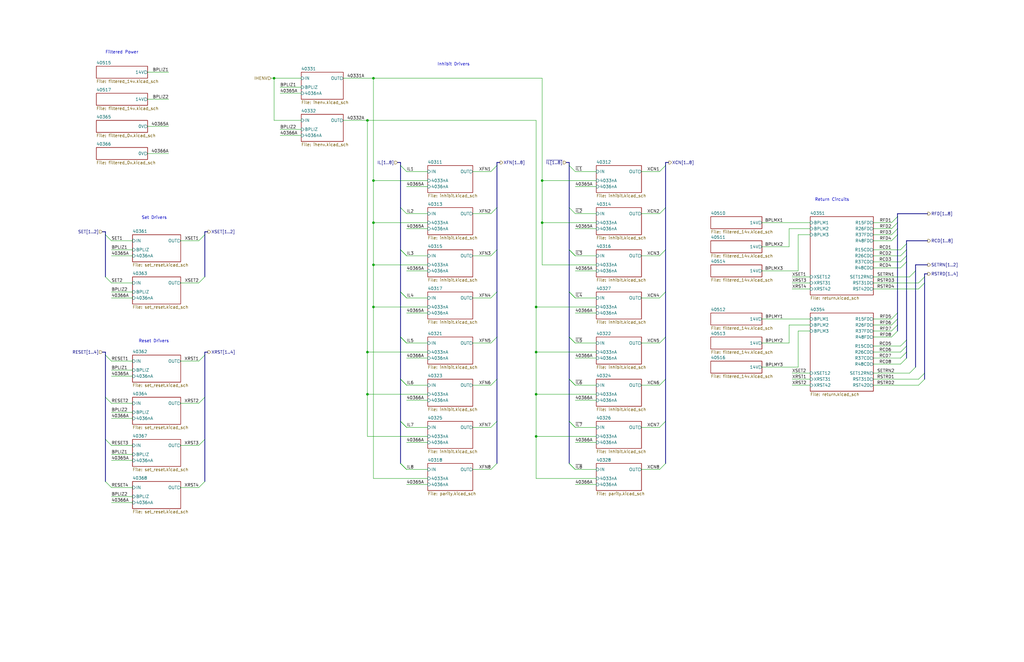
<source format=kicad_sch>
(kicad_sch (version 20211123) (generator eeschema)
  (paper "USLedger")
  (lib_symbols)
  (junction (at 228.6 93.98))
  (junction (at 157.48 93.98))
  (junction (at 154.94 166.37))
  (junction (at 157.48 33.02))
  (junction (at 157.48 76.2))
  (junction (at 226.06 148.59))
  (junction (at 157.48 129.54))
  (junction (at 154.94 50.8))
  (junction (at 226.06 166.37))
  (junction (at 154.94 148.59))
  (junction (at 115.57 33.02))
  (junction (at 228.6 76.2))
  (junction (at 226.06 184.15))
  (junction (at 226.06 129.54))
  (junction (at 157.48 111.76))
  (bus_entry (at 379.73 113.03) (size 2.54 -2.54))
  (bus_entry (at 240.03 142.24) (size 2.54 2.54))
  (bus_entry (at 207.01 125.73) (size 2.54 -2.54))
  (bus_entry (at 278.13 107.95) (size 2.54 -2.54))
  (bus_entry (at 240.03 195.58) (size 2.54 2.54))
  (bus_entry (at 168.91 177.8) (size 2.54 2.54))
  (bus_entry (at 375.92 93.98) (size 2.54 -2.54))
  (bus_entry (at 44.45 99.06) (size 2.54 2.54))
  (bus_entry (at 278.13 198.12) (size 2.54 -2.54))
  (bus_entry (at 240.03 87.63) (size 2.54 2.54))
  (bus_entry (at 240.03 195.58) (size 2.54 2.54))
  (bus_entry (at 375.92 99.06) (size 2.54 -2.54))
  (bus_entry (at 383.54 157.48) (size 2.54 -2.54))
  (bus_entry (at 168.91 105.41) (size 2.54 2.54))
  (bus_entry (at 387.35 119.38) (size 2.54 -2.54))
  (bus_entry (at 240.03 105.41) (size 2.54 2.54))
  (bus_entry (at 240.03 142.24) (size 2.54 2.54))
  (bus_entry (at 240.03 69.85) (size 2.54 2.54))
  (bus_entry (at 375.92 96.52) (size 2.54 -2.54))
  (bus_entry (at 375.92 134.62) (size 2.54 -2.54))
  (bus_entry (at 168.91 160.02) (size 2.54 2.54))
  (bus_entry (at 207.01 107.95) (size 2.54 -2.54))
  (bus_entry (at 278.13 144.78) (size 2.54 -2.54))
  (bus_entry (at 240.03 123.19) (size 2.54 2.54))
  (bus_entry (at 207.01 72.39) (size 2.54 -2.54))
  (bus_entry (at 86.36 116.84) (size -2.54 2.54))
  (bus_entry (at 278.13 90.17) (size 2.54 -2.54))
  (bus_entry (at 375.92 101.6) (size 2.54 -2.54))
  (bus_entry (at 375.92 137.16) (size 2.54 -2.54))
  (bus_entry (at 168.91 195.58) (size 2.54 2.54))
  (bus_entry (at 168.91 195.58) (size 2.54 2.54))
  (bus_entry (at 240.03 123.19) (size 2.54 2.54))
  (bus_entry (at 387.35 162.56) (size 2.54 -2.54))
  (bus_entry (at 44.45 167.64) (size 2.54 2.54))
  (bus_entry (at 375.92 139.7) (size 2.54 -2.54))
  (bus_entry (at 86.36 167.64) (size -2.54 2.54))
  (bus_entry (at 86.36 185.42) (size -2.54 2.54))
  (bus_entry (at 86.36 99.06) (size -2.54 2.54))
  (bus_entry (at 168.91 160.02) (size 2.54 2.54))
  (bus_entry (at 44.45 185.42) (size 2.54 2.54))
  (bus_entry (at 387.35 160.02) (size 2.54 -2.54))
  (bus_entry (at 168.91 142.24) (size 2.54 2.54))
  (bus_entry (at 240.03 160.02) (size 2.54 2.54))
  (bus_entry (at 375.92 142.24) (size 2.54 -2.54))
  (bus_entry (at 207.01 144.78) (size 2.54 -2.54))
  (bus_entry (at 278.13 72.39) (size 2.54 -2.54))
  (bus_entry (at 379.73 107.95) (size 2.54 -2.54))
  (bus_entry (at 86.36 149.86) (size -2.54 2.54))
  (bus_entry (at 168.91 123.19) (size 2.54 2.54))
  (bus_entry (at 207.01 198.12) (size 2.54 -2.54))
  (bus_entry (at 168.91 177.8) (size 2.54 2.54))
  (bus_entry (at 168.91 69.85) (size 2.54 2.54))
  (bus_entry (at 379.73 110.49) (size 2.54 -2.54))
  (bus_entry (at 387.35 121.92) (size 2.54 -2.54))
  (bus_entry (at 44.45 116.84) (size 2.54 2.54))
  (bus_entry (at 240.03 177.8) (size 2.54 2.54))
  (bus_entry (at 379.73 146.05) (size 2.54 -2.54))
  (bus_entry (at 379.73 153.67) (size 2.54 -2.54))
  (bus_entry (at 168.91 105.41) (size 2.54 2.54))
  (bus_entry (at 86.36 203.2) (size -2.54 2.54))
  (bus_entry (at 207.01 162.56) (size 2.54 -2.54))
  (bus_entry (at 379.73 148.59) (size 2.54 -2.54))
  (bus_entry (at 44.45 149.86) (size 2.54 2.54))
  (bus_entry (at 379.73 151.13) (size 2.54 -2.54))
  (bus_entry (at 383.54 116.84) (size 2.54 -2.54))
  (bus_entry (at 168.91 123.19) (size 2.54 2.54))
  (bus_entry (at 278.13 180.34) (size 2.54 -2.54))
  (bus_entry (at 240.03 177.8) (size 2.54 2.54))
  (bus_entry (at 44.45 203.2) (size 2.54 2.54))
  (bus_entry (at 168.91 142.24) (size 2.54 2.54))
  (bus_entry (at 168.91 87.63) (size 2.54 2.54))
  (bus_entry (at 379.73 105.41) (size 2.54 -2.54))
  (bus_entry (at 278.13 162.56) (size 2.54 -2.54))
  (bus_entry (at 240.03 160.02) (size 2.54 2.54))
  (bus_entry (at 207.01 90.17) (size 2.54 -2.54))
  (bus_entry (at 207.01 180.34) (size 2.54 -2.54))
  (bus_entry (at 278.13 125.73) (size 2.54 -2.54))
  (bus_entry (at 240.03 105.41) (size 2.54 2.54))
  (bus (pts (xy 386.08 114.3) (xy 386.08 154.94)))
  (wire (pts (xy 270.51 144.78) (xy 278.13 144.78)))
  (bus (pts (xy 240.03 87.63) (xy 240.03 105.41)))
  (wire (pts (xy 242.57 114.3) (xy 251.46 114.3)))
  (wire (pts (xy 76.2 170.18) (xy 83.82 170.18)))
  (bus (pts (xy 378.46 134.62) (xy 378.46 137.16)))
  (wire (pts (xy 332.74 137.16) (xy 341.63 137.16)))
  (wire (pts (xy 199.39 107.95) (xy 207.01 107.95)))
  (wire (pts (xy 368.3 116.84) (xy 383.54 116.84)))
  (bus (pts (xy 382.27 107.95) (xy 382.27 110.49)))
  (bus (pts (xy 86.36 149.86) (xy 86.36 167.64)))
  (wire (pts (xy 228.6 111.76) (xy 251.46 111.76)))
  (bus (pts (xy 168.91 123.19) (xy 168.91 142.24)))
  (bus (pts (xy 382.27 101.6) (xy 391.16 101.6)))
  (wire (pts (xy 341.63 162.56) (xy 334.01 162.56)))
  (wire (pts (xy 226.06 129.54) (xy 251.46 129.54)))
  (bus (pts (xy 280.67 68.58) (xy 280.67 69.85)))
  (wire (pts (xy 242.57 132.08) (xy 251.46 132.08)))
  (wire (pts (xy 199.39 125.73) (xy 207.01 125.73)))
  (wire (pts (xy 368.3 146.05) (xy 379.73 146.05)))
  (bus (pts (xy 168.91 142.24) (xy 168.91 160.02)))
  (bus (pts (xy 240.03 177.8) (xy 240.03 195.58)))
  (wire (pts (xy 368.3 157.48) (xy 383.54 157.48)))
  (bus (pts (xy 209.55 69.85) (xy 209.55 87.63)))
  (bus (pts (xy 209.55 68.58) (xy 210.82 68.58)))
  (bus (pts (xy 209.55 160.02) (xy 209.55 177.8)))
  (wire (pts (xy 180.34 144.78) (xy 171.45 144.78)))
  (bus (pts (xy 378.46 96.52) (xy 378.46 99.06)))
  (bus (pts (xy 86.36 185.42) (xy 86.36 203.2)))
  (wire (pts (xy 171.45 96.52) (xy 180.34 96.52)))
  (bus (pts (xy 168.91 160.02) (xy 168.91 177.8)))
  (wire (pts (xy 270.51 180.34) (xy 278.13 180.34)))
  (bus (pts (xy 389.89 157.48) (xy 389.89 160.02)))
  (wire (pts (xy 226.06 129.54) (xy 226.06 148.59)))
  (wire (pts (xy 46.99 187.96) (xy 55.88 187.96)))
  (bus (pts (xy 280.67 69.85) (xy 280.67 87.63)))
  (wire (pts (xy 144.78 33.02) (xy 157.48 33.02)))
  (bus (pts (xy 378.46 90.17) (xy 391.16 90.17)))
  (bus (pts (xy 44.45 97.79) (xy 44.45 99.06)))
  (wire (pts (xy 242.57 151.13) (xy 251.46 151.13)))
  (wire (pts (xy 62.23 41.91) (xy 71.12 41.91)))
  (wire (pts (xy 46.99 119.38) (xy 55.88 119.38)))
  (wire (pts (xy 251.46 180.34) (xy 242.57 180.34)))
  (wire (pts (xy 368.3 142.24) (xy 375.92 142.24)))
  (bus (pts (xy 44.45 167.64) (xy 44.45 185.42)))
  (wire (pts (xy 228.6 93.98) (xy 251.46 93.98)))
  (wire (pts (xy 332.74 96.52) (xy 341.63 96.52)))
  (wire (pts (xy 171.45 78.74) (xy 180.34 78.74)))
  (wire (pts (xy 157.48 111.76) (xy 180.34 111.76)))
  (bus (pts (xy 389.89 115.57) (xy 391.16 115.57)))
  (wire (pts (xy 242.57 186.69) (xy 251.46 186.69)))
  (wire (pts (xy 336.55 99.06) (xy 341.63 99.06)))
  (wire (pts (xy 226.06 166.37) (xy 251.46 166.37)))
  (wire (pts (xy 62.23 64.77) (xy 71.12 64.77)))
  (wire (pts (xy 62.23 53.34) (xy 71.12 53.34)))
  (wire (pts (xy 368.3 134.62) (xy 375.92 134.62)))
  (bus (pts (xy 382.27 105.41) (xy 382.27 107.95)))
  (wire (pts (xy 226.06 184.15) (xy 226.06 201.93)))
  (wire (pts (xy 226.06 201.93) (xy 251.46 201.93)))
  (wire (pts (xy 127 50.8) (xy 115.57 50.8)))
  (wire (pts (xy 368.3 162.56) (xy 387.35 162.56)))
  (bus (pts (xy 240.03 68.58) (xy 240.03 69.85)))
  (wire (pts (xy 368.3 160.02) (xy 387.35 160.02)))
  (bus (pts (xy 87.63 97.79) (xy 86.36 97.79)))
  (wire (pts (xy 270.51 107.95) (xy 278.13 107.95)))
  (wire (pts (xy 55.88 194.31) (xy 46.99 194.31)))
  (wire (pts (xy 154.94 184.15) (xy 180.34 184.15)))
  (wire (pts (xy 251.46 198.12) (xy 242.57 198.12)))
  (wire (pts (xy 368.3 139.7) (xy 375.92 139.7)))
  (bus (pts (xy 382.27 148.59) (xy 382.27 151.13)))
  (wire (pts (xy 157.48 93.98) (xy 180.34 93.98)))
  (wire (pts (xy 180.34 125.73) (xy 171.45 125.73)))
  (bus (pts (xy 209.55 177.8) (xy 209.55 195.58)))
  (wire (pts (xy 115.57 33.02) (xy 114.3 33.02)))
  (bus (pts (xy 382.27 110.49) (xy 382.27 143.51)))
  (bus (pts (xy 378.46 99.06) (xy 378.46 132.08)))
  (wire (pts (xy 226.06 50.8) (xy 226.06 129.54)))
  (wire (pts (xy 157.48 111.76) (xy 157.48 129.54)))
  (bus (pts (xy 87.63 148.59) (xy 86.36 148.59)))
  (bus (pts (xy 280.67 87.63) (xy 280.67 105.41)))
  (wire (pts (xy 336.55 114.3) (xy 336.55 99.06)))
  (wire (pts (xy 115.57 50.8) (xy 115.57 33.02)))
  (bus (pts (xy 44.45 148.59) (xy 44.45 149.86)))
  (wire (pts (xy 321.31 93.98) (xy 341.63 93.98)))
  (wire (pts (xy 144.78 50.8) (xy 154.94 50.8)))
  (wire (pts (xy 154.94 166.37) (xy 154.94 184.15)))
  (wire (pts (xy 180.34 72.39) (xy 171.45 72.39)))
  (wire (pts (xy 46.99 170.18) (xy 55.88 170.18)))
  (wire (pts (xy 368.3 153.67) (xy 379.73 153.67)))
  (bus (pts (xy 280.67 68.58) (xy 281.94 68.58)))
  (wire (pts (xy 55.88 176.53) (xy 46.99 176.53)))
  (bus (pts (xy 280.67 123.19) (xy 280.67 142.24)))
  (wire (pts (xy 199.39 90.17) (xy 207.01 90.17)))
  (wire (pts (xy 180.34 107.95) (xy 171.45 107.95)))
  (wire (pts (xy 368.3 96.52) (xy 375.92 96.52)))
  (bus (pts (xy 44.45 149.86) (xy 44.45 167.64)))
  (bus (pts (xy 44.45 99.06) (xy 44.45 116.84)))
  (wire (pts (xy 228.6 33.02) (xy 228.6 76.2)))
  (wire (pts (xy 368.3 137.16) (xy 375.92 137.16)))
  (bus (pts (xy 240.03 69.85) (xy 240.03 87.63)))
  (wire (pts (xy 368.3 148.59) (xy 379.73 148.59)))
  (wire (pts (xy 127 54.61) (xy 118.11 54.61)))
  (bus (pts (xy 240.03 160.02) (xy 240.03 177.8)))
  (wire (pts (xy 368.3 99.06) (xy 375.92 99.06)))
  (wire (pts (xy 180.34 162.56) (xy 171.45 162.56)))
  (wire (pts (xy 55.88 212.09) (xy 46.99 212.09)))
  (bus (pts (xy 378.46 93.98) (xy 378.46 96.52)))
  (wire (pts (xy 368.3 151.13) (xy 379.73 151.13)))
  (bus (pts (xy 378.46 137.16) (xy 378.46 139.7)))
  (wire (pts (xy 127 57.15) (xy 118.11 57.15)))
  (wire (pts (xy 55.88 125.73) (xy 46.99 125.73)))
  (wire (pts (xy 226.06 184.15) (xy 251.46 184.15)))
  (wire (pts (xy 270.51 125.73) (xy 278.13 125.73)))
  (wire (pts (xy 55.88 123.19) (xy 46.99 123.19)))
  (wire (pts (xy 332.74 144.78) (xy 332.74 137.16)))
  (bus (pts (xy 382.27 143.51) (xy 382.27 146.05)))
  (wire (pts (xy 270.51 198.12) (xy 278.13 198.12)))
  (wire (pts (xy 157.48 93.98) (xy 157.48 111.76)))
  (bus (pts (xy 168.91 105.41) (xy 168.91 123.19)))
  (wire (pts (xy 341.63 116.84) (xy 334.01 116.84)))
  (wire (pts (xy 368.3 119.38) (xy 387.35 119.38)))
  (wire (pts (xy 270.51 72.39) (xy 278.13 72.39)))
  (wire (pts (xy 341.63 121.92) (xy 334.01 121.92)))
  (wire (pts (xy 336.55 154.94) (xy 336.55 139.7)))
  (wire (pts (xy 251.46 107.95) (xy 242.57 107.95)))
  (wire (pts (xy 199.39 144.78) (xy 207.01 144.78)))
  (wire (pts (xy 251.46 162.56) (xy 242.57 162.56)))
  (wire (pts (xy 242.57 96.52) (xy 251.46 96.52)))
  (bus (pts (xy 389.89 119.38) (xy 389.89 157.48)))
  (bus (pts (xy 43.18 148.59) (xy 44.45 148.59)))
  (wire (pts (xy 157.48 33.02) (xy 157.48 76.2)))
  (wire (pts (xy 341.63 160.02) (xy 334.01 160.02)))
  (bus (pts (xy 389.89 115.57) (xy 389.89 116.84)))
  (bus (pts (xy 86.36 148.59) (xy 86.36 149.86)))
  (wire (pts (xy 242.57 78.74) (xy 251.46 78.74)))
  (wire (pts (xy 336.55 139.7) (xy 341.63 139.7)))
  (wire (pts (xy 228.6 76.2) (xy 228.6 93.98)))
  (bus (pts (xy 240.03 68.58) (xy 238.76 68.58)))
  (wire (pts (xy 55.88 158.75) (xy 46.99 158.75)))
  (wire (pts (xy 368.3 121.92) (xy 387.35 121.92)))
  (wire (pts (xy 226.06 148.59) (xy 251.46 148.59)))
  (wire (pts (xy 46.99 205.74) (xy 55.88 205.74)))
  (wire (pts (xy 157.48 201.93) (xy 180.34 201.93)))
  (wire (pts (xy 270.51 162.56) (xy 278.13 162.56)))
  (wire (pts (xy 251.46 125.73) (xy 242.57 125.73)))
  (wire (pts (xy 228.6 93.98) (xy 228.6 111.76)))
  (bus (pts (xy 280.67 142.24) (xy 280.67 160.02)))
  (wire (pts (xy 368.3 113.03) (xy 379.73 113.03)))
  (bus (pts (xy 382.27 146.05) (xy 382.27 148.59)))
  (wire (pts (xy 171.45 186.69) (xy 180.34 186.69)))
  (wire (pts (xy 199.39 198.12) (xy 207.01 198.12)))
  (wire (pts (xy 368.3 107.95) (xy 379.73 107.95)))
  (wire (pts (xy 62.23 30.48) (xy 71.12 30.48)))
  (wire (pts (xy 341.63 157.48) (xy 334.01 157.48)))
  (bus (pts (xy 43.18 97.79) (xy 44.45 97.79)))
  (wire (pts (xy 199.39 72.39) (xy 207.01 72.39)))
  (wire (pts (xy 127 39.37) (xy 118.11 39.37)))
  (wire (pts (xy 55.88 191.77) (xy 46.99 191.77)))
  (wire (pts (xy 171.45 168.91) (xy 180.34 168.91)))
  (wire (pts (xy 242.57 168.91) (xy 251.46 168.91)))
  (bus (pts (xy 86.36 99.06) (xy 86.36 116.84)))
  (wire (pts (xy 127 33.02) (xy 115.57 33.02)))
  (wire (pts (xy 76.2 119.38) (xy 83.82 119.38)))
  (wire (pts (xy 55.88 209.55) (xy 46.99 209.55)))
  (wire (pts (xy 157.48 76.2) (xy 157.48 93.98)))
  (wire (pts (xy 76.2 205.74) (xy 83.82 205.74)))
  (wire (pts (xy 157.48 129.54) (xy 180.34 129.54)))
  (wire (pts (xy 76.2 101.6) (xy 83.82 101.6)))
  (wire (pts (xy 180.34 198.12) (xy 171.45 198.12)))
  (wire (pts (xy 251.46 144.78) (xy 242.57 144.78)))
  (bus (pts (xy 378.46 91.44) (xy 378.46 93.98)))
  (bus (pts (xy 209.55 142.24) (xy 209.55 160.02)))
  (wire (pts (xy 226.06 148.59) (xy 226.06 166.37)))
  (wire (pts (xy 332.74 104.14) (xy 332.74 96.52)))
  (wire (pts (xy 321.31 134.62) (xy 341.63 134.62)))
  (wire (pts (xy 171.45 204.47) (xy 180.34 204.47)))
  (wire (pts (xy 154.94 50.8) (xy 226.06 50.8)))
  (wire (pts (xy 226.06 166.37) (xy 226.06 184.15)))
  (wire (pts (xy 76.2 152.4) (xy 83.82 152.4)))
  (wire (pts (xy 55.88 105.41) (xy 46.99 105.41)))
  (wire (pts (xy 46.99 152.4) (xy 55.88 152.4)))
  (wire (pts (xy 199.39 162.56) (xy 207.01 162.56)))
  (wire (pts (xy 199.39 180.34) (xy 207.01 180.34)))
  (wire (pts (xy 368.3 105.41) (xy 379.73 105.41)))
  (wire (pts (xy 46.99 101.6) (xy 55.88 101.6)))
  (wire (pts (xy 154.94 148.59) (xy 154.94 166.37)))
  (wire (pts (xy 171.45 132.08) (xy 180.34 132.08)))
  (wire (pts (xy 55.88 173.99) (xy 46.99 173.99)))
  (bus (pts (xy 389.89 116.84) (xy 389.89 119.38)))
  (wire (pts (xy 251.46 90.17) (xy 242.57 90.17)))
  (wire (pts (xy 76.2 187.96) (xy 83.82 187.96)))
  (bus (pts (xy 209.55 87.63) (xy 209.55 105.41)))
  (bus (pts (xy 382.27 102.87) (xy 382.27 105.41)))
  (bus (pts (xy 280.67 105.41) (xy 280.67 123.19)))
  (bus (pts (xy 168.91 68.58) (xy 167.64 68.58)))
  (wire (pts (xy 55.88 107.95) (xy 46.99 107.95)))
  (bus (pts (xy 209.55 105.41) (xy 209.55 123.19)))
  (wire (pts (xy 154.94 166.37) (xy 180.34 166.37)))
  (bus (pts (xy 240.03 105.41) (xy 240.03 123.19)))
  (wire (pts (xy 55.88 156.21) (xy 46.99 156.21)))
  (wire (pts (xy 171.45 151.13) (xy 180.34 151.13)))
  (bus (pts (xy 44.45 185.42) (xy 44.45 203.2)))
  (bus (pts (xy 168.91 68.58) (xy 168.91 69.85)))
  (bus (pts (xy 378.46 132.08) (xy 378.46 134.62)))
  (bus (pts (xy 168.91 69.85) (xy 168.91 87.63)))
  (wire (pts (xy 270.51 90.17) (xy 278.13 90.17)))
  (wire (pts (xy 321.31 144.78) (xy 332.74 144.78)))
  (wire (pts (xy 157.48 33.02) (xy 228.6 33.02)))
  (wire (pts (xy 321.31 154.94) (xy 336.55 154.94)))
  (wire (pts (xy 368.3 93.98) (xy 375.92 93.98)))
  (bus (pts (xy 209.55 68.58) (xy 209.55 69.85)))
  (bus (pts (xy 386.08 111.76) (xy 386.08 114.3)))
  (bus (pts (xy 280.67 160.02) (xy 280.67 177.8)))
  (wire (pts (xy 228.6 76.2) (xy 251.46 76.2)))
  (wire (pts (xy 171.45 114.3) (xy 180.34 114.3)))
  (wire (pts (xy 368.3 110.49) (xy 379.73 110.49)))
  (bus (pts (xy 378.46 90.17) (xy 378.46 91.44)))
  (bus (pts (xy 240.03 123.19) (xy 240.03 142.24)))
  (wire (pts (xy 154.94 148.59) (xy 180.34 148.59)))
  (wire (pts (xy 368.3 101.6) (xy 375.92 101.6)))
  (wire (pts (xy 242.57 204.47) (xy 251.46 204.47)))
  (bus (pts (xy 168.91 177.8) (xy 168.91 195.58)))
  (bus (pts (xy 386.08 111.76) (xy 391.16 111.76)))
  (bus (pts (xy 86.36 167.64) (xy 86.36 185.42)))
  (wire (pts (xy 154.94 50.8) (xy 154.94 148.59)))
  (wire (pts (xy 341.63 119.38) (xy 334.01 119.38)))
  (wire (pts (xy 180.34 180.34) (xy 171.45 180.34)))
  (bus (pts (xy 280.67 177.8) (xy 280.67 195.58)))
  (wire (pts (xy 180.34 90.17) (xy 171.45 90.17)))
  (wire (pts (xy 251.46 72.39) (xy 242.57 72.39)))
  (bus (pts (xy 382.27 101.6) (xy 382.27 102.87)))
  (wire (pts (xy 127 36.83) (xy 118.11 36.83)))
  (wire (pts (xy 321.31 114.3) (xy 336.55 114.3)))
  (wire (pts (xy 321.31 104.14) (xy 332.74 104.14)))
  (wire (pts (xy 157.48 201.93) (xy 157.48 129.54)))
  (bus (pts (xy 209.55 123.19) (xy 209.55 142.24)))
  (wire (pts (xy 157.48 76.2) (xy 180.34 76.2)))
  (bus (pts (xy 86.36 97.79) (xy 86.36 99.06)))
  (bus (pts (xy 240.03 142.24) (xy 240.03 160.02)))
  (bus (pts (xy 168.91 87.63) (xy 168.91 105.41)))
  (text "Reset Drivers" (at 58.42 144.78 0) (effects (font (size 1.27 1.27)) (justify left bottom)))
  (text "Filtered Power" (at 58.42 22.86 180) (effects (font (size 1.27 1.27)) (justify right bottom)))
  (text "Set Drivers" (at 59.69 92.71 0) (effects (font (size 1.27 1.27)) (justify left bottom)))
  (text "Inhibit Drivers" (at 198.12 27.94 180) (effects (font (size 1.27 1.27)) (justify right bottom)))
  (text "Return Circuits" (at 358.14 85.09 180) (effects (font (size 1.27 1.27)) (justify right bottom)))
  (label "XCN8" (at 278.13 198.12 180))
  (label "40366A" (at 46.99 212.09 0))
  (label "~{IL1}" (at 242.57 72.39 0))
  (label "40365A" (at 242.57 78.74 0))
  (label "RESET1" (at 46.99 152.4 0))
  (label "XFN6" (at 207.01 162.56 180))
  (label "IL1" (at 171.45 72.39 0))
  (label "IL8" (at 171.45 198.12 0))
  (label "XRST2" (at 334.01 162.56 0))
  (label "BPLIZ1" (at 46.99 156.21 0))
  (label "IL3" (at 171.45 107.95 0))
  (label "40365A" (at 171.45 78.74 0))
  (label "XSET2" (at 83.82 119.38 180))
  (label "BPLIZ2" (at 118.11 54.61 0))
  (label "SETRN2" (at 377.19 157.48 180))
  (label "BPLMY2" (at 330.2 144.78 180))
  (label "XCN1" (at 278.13 72.39 180))
  (label "XFN4" (at 207.01 125.73 180))
  (label "40366A" (at 242.57 186.69 0))
  (label "IL5" (at 171.45 144.78 0))
  (label "40365A" (at 46.99 194.31 0))
  (label "BPLMX1" (at 330.2 93.98 180))
  (label "XFN5" (at 207.01 144.78 180))
  (label "RCD1" (at 375.92 105.41 180))
  (label "XRST4" (at 334.01 121.92 0))
  (label "IL4" (at 171.45 125.73 0))
  (label "XFN1" (at 207.01 72.39 180))
  (label "BPLMY3" (at 330.2 154.94 180))
  (label "XCN5" (at 278.13 144.78 180))
  (label "BPLIZ2" (at 71.12 41.91 180))
  (label "BPLIZ1" (at 46.99 191.77 0))
  (label "RESET4" (at 46.99 205.74 0))
  (label "RSTRD1" (at 377.19 160.02 180))
  (label "XCN3" (at 278.13 107.95 180))
  (label "40366A" (at 118.11 57.15 0))
  (label "RFD5" (at 375.92 134.62 180))
  (label "BPLIZ1" (at 118.11 36.83 0))
  (label "RFD7" (at 375.92 139.7 180))
  (label "RESET2" (at 46.99 170.18 0))
  (label "XRST1" (at 83.82 152.4 180))
  (label "BPLMX2" (at 330.2 104.14 180))
  (label "XCN7" (at 278.13 180.34 180))
  (label "IL6" (at 171.45 162.56 0))
  (label "XSET2" (at 334.01 157.48 0))
  (label "RCD3" (at 375.92 110.49 180))
  (label "SET1" (at 46.99 101.6 0))
  (label "40365A" (at 46.99 107.95 0))
  (label "40365A" (at 46.99 158.75 0))
  (label "40366A" (at 71.12 64.77 180))
  (label "XSET1" (at 83.82 101.6 180))
  (label "XFN7" (at 207.01 180.34 180))
  (label "RSTRD2" (at 377.19 162.56 180))
  (label "IL7" (at 171.45 180.34 0))
  (label "40365A" (at 171.45 204.47 0))
  (label "RSTRD4" (at 377.19 121.92 180))
  (label "RESET3" (at 46.99 187.96 0))
  (label "40366A" (at 46.99 176.53 0))
  (label "XFN2" (at 207.01 90.17 180))
  (label "~{IL3}" (at 242.57 107.95 0))
  (label "XRST3" (at 83.82 187.96 180))
  (label "RCD4" (at 375.92 113.03 180))
  (label "XRST3" (at 334.01 119.38 0))
  (label "RFD2" (at 375.92 96.52 180))
  (label "XFN3" (at 207.01 107.95 180))
  (label "~{IL8}" (at 242.57 198.12 0))
  (label "RCD6" (at 375.92 148.59 180))
  (label "40366A" (at 242.57 151.13 0))
  (label "40365A" (at 171.45 114.3 0))
  (label "RCD5" (at 375.92 146.05 180))
  (label "XRST2" (at 83.82 170.18 180))
  (label "40331A" (at 153.67 33.02 180))
  (label "BPLIZ1" (at 46.99 105.41 0))
  (label "XFN8" (at 207.01 198.12 180))
  (label "~{IL5}" (at 242.57 144.78 0))
  (label "RCD8" (at 375.92 153.67 180))
  (label "~{IL4}" (at 242.57 125.73 0))
  (label "RFD3" (at 375.92 99.06 180))
  (label "40365A" (at 171.45 96.52 0))
  (label "RFD8" (at 375.92 142.24 180))
  (label "40366A" (at 171.45 186.69 0))
  (label "SET2" (at 46.99 119.38 0))
  (label "IL2" (at 171.45 90.17 0))
  (label "~{IL2}" (at 242.57 90.17 0))
  (label "RFD6" (at 375.92 137.16 180))
  (label "RCD7" (at 375.92 151.13 180))
  (label "40366A" (at 171.45 168.91 0))
  (label "40365A" (at 118.11 39.37 0))
  (label "40365A" (at 171.45 132.08 0))
  (label "40366A" (at 46.99 125.73 0))
  (label "40366A" (at 242.57 168.91 0))
  (label "XSET1" (at 334.01 116.84 0))
  (label "XRST1" (at 334.01 160.02 0))
  (label "XCN4" (at 278.13 125.73 180))
  (label "RCD2" (at 375.92 107.95 180))
  (label "SETRN1" (at 377.19 116.84 180))
  (label "XCN6" (at 278.13 162.56 180))
  (label "RFD4" (at 375.92 101.6 180))
  (label "BPLMY1" (at 330.2 134.62 180))
  (label "RFD1" (at 375.92 93.98 180))
  (label "40366A" (at 242.57 204.47 0))
  (label "RSTRD3" (at 377.19 119.38 180))
  (label "~{IL7}" (at 242.57 180.34 0))
  (label "BPLMX3" (at 330.2 114.3 180))
  (label "XRST4" (at 83.82 205.74 180))
  (label "BPLIZ2" (at 46.99 173.99 0))
  (label "40366A" (at 171.45 151.13 0))
  (label "40332A" (at 153.67 50.8 180))
  (label "40365A" (at 242.57 96.52 0))
  (label "XCN2" (at 278.13 90.17 180))
  (label "BPLIZ2" (at 46.99 209.55 0))
  (label "40366A" (at 242.57 132.08 0))
  (label "40365A" (at 71.12 53.34 180))
  (label "~{IL6}" (at 242.57 162.56 0))
  (label "BPLIZ1" (at 71.12 30.48 180))
  (label "40365A" (at 242.57 114.3 0))
  (label "BPLIZ2" (at 46.99 123.19 0))
  (hierarchical_label "SETRN[1..2]" (shape output) (at 391.16 111.76 0))
  (hierarchical_label "SET[1..2]" (shape input) (at 43.18 97.79 180))
  (hierarchical_label "RFD[1..8]" (shape output) (at 391.16 90.17 0))
  (hierarchical_label "RCD[1..8]" (shape output) (at 391.16 101.6 0))
  (hierarchical_label "IL[1..8]" (shape input) (at 167.64 68.58 180))
  (hierarchical_label "XFN[1..8]" (shape output) (at 210.82 68.58 0))
  (hierarchical_label "XRST[1..4]" (shape output) (at 87.63 148.59 0))
  (hierarchical_label "XSET[1..2]" (shape output) (at 87.63 97.79 0))
  (hierarchical_label "~{IL[1..8]}" (shape input) (at 238.76 68.58 180))
  (hierarchical_label "RSTRD[1..4]" (shape output) (at 391.16 115.57 0))
  (hierarchical_label "IHENV" (shape input) (at 114.3 33.02 180))
  (hierarchical_label "RESET[1..4]" (shape input) (at 43.18 148.59 180))
  (hierarchical_label "XCN[1..8]" (shape output) (at 281.94 68.58 0))
  (sheet (at 180.34 195.58) (size 19.05 11.43)
    (property "Sheet name" "40318" (at 180.34 194.8684 0) (effects (justify left bottom)))
    (property "Sheet file" "parity.kicad_sch" (at 180.34 207.5946 0) (effects (justify left top)))
    (pin "IN" input (at 180.34 198.12 180))
    (pin "OUT" output (at 199.39 198.12 0))
    (pin "4033nA" input (at 180.34 201.93 180))
    (pin "4036nA" input (at 180.34 204.47 180))
  )
  (sheet (at 251.46 195.58) (size 19.05 11.43)
    (property "Sheet name" "40328" (at 251.46 194.8684 0) (effects (justify left bottom)))
    (property "Sheet file" "parity.kicad_sch" (at 251.46 207.5946 0) (effects (justify left top)))
    (pin "IN" input (at 251.46 198.12 180))
    (pin "OUT" output (at 270.51 198.12 0))
    (pin "4033nA" input (at 251.46 201.93 180))
    (pin "4036nA" input (at 251.46 204.47 180))
  )
  (sheet (at 55.88 99.06) (size 20.32 11.43)
    (property "Sheet name" "40361" (at 55.88 98.3484 0) (effects (justify left bottom)))
    (property "Sheet file" "set_reset.kicad_sch" (at 55.88 111.0746 0) (effects (justify left top)))
    (pin "IN" input (at 55.88 101.6 180))
    (pin "OUT" output (at 76.2 101.6 0))
    (pin "BPLIZ" input (at 55.88 105.41 180))
    (pin "4036nA" input (at 55.88 107.95 180))
  )
  (sheet (at 55.88 116.84) (size 20.32 11.43)
    (property "Sheet name" "40363" (at 55.88 116.1284 0) (effects (justify left bottom)))
    (property "Sheet file" "set_reset.kicad_sch" (at 55.88 128.8546 0) (effects (justify left top)))
    (pin "IN" input (at 55.88 119.38 180))
    (pin "OUT" output (at 76.2 119.38 0))
    (pin "BPLIZ" input (at 55.88 123.19 180))
    (pin "4036nA" input (at 55.88 125.73 180))
  )
  (sheet (at 55.88 149.86) (size 20.32 11.43)
    (property "Sheet name" "40362" (at 55.88 149.1484 0) (effects (justify left bottom)))
    (property "Sheet file" "set_reset.kicad_sch" (at 55.88 161.8746 0) (effects (justify left top)))
    (pin "IN" input (at 55.88 152.4 180))
    (pin "OUT" output (at 76.2 152.4 0))
    (pin "BPLIZ" input (at 55.88 156.21 180))
    (pin "4036nA" input (at 55.88 158.75 180))
  )
  (sheet (at 55.88 167.64) (size 20.32 11.43)
    (property "Sheet name" "40364" (at 55.88 166.9284 0) (effects (justify left bottom)))
    (property "Sheet file" "set_reset.kicad_sch" (at 55.88 179.6546 0) (effects (justify left top)))
    (pin "IN" input (at 55.88 170.18 180))
    (pin "OUT" output (at 76.2 170.18 0))
    (pin "BPLIZ" input (at 55.88 173.99 180))
    (pin "4036nA" input (at 55.88 176.53 180))
  )
  (sheet (at 55.88 185.42) (size 20.32 11.43)
    (property "Sheet name" "40367" (at 55.88 184.7084 0) (effects (justify left bottom)))
    (property "Sheet file" "set_reset.kicad_sch" (at 55.88 197.4346 0) (effects (justify left top)))
    (pin "IN" input (at 55.88 187.96 180))
    (pin "OUT" output (at 76.2 187.96 0))
    (pin "BPLIZ" input (at 55.88 191.77 180))
    (pin "4036nA" input (at 55.88 194.31 180))
  )
  (sheet (at 55.88 203.2) (size 20.32 11.43)
    (property "Sheet name" "40368" (at 55.88 202.4884 0) (effects (justify left bottom)))
    (property "Sheet file" "set_reset.kicad_sch" (at 55.88 215.2146 0) (effects (justify left top)))
    (pin "IN" input (at 55.88 205.74 180))
    (pin "OUT" output (at 76.2 205.74 0))
    (pin "BPLIZ" input (at 55.88 209.55 180))
    (pin "4036nA" input (at 55.88 212.09 180))
  )
  (sheet (at 127 30.48) (size 17.78 11.43)
    (property "Sheet name" "40331" (at 127 29.7684 0) (effects (justify left bottom)))
    (property "Sheet file" "ihenv.kicad_sch" (at 127 42.4946 0) (effects (justify left top)))
    (pin "IN" input (at 127 33.02 180))
    (pin "OUT" output (at 144.78 33.02 0))
    (pin "BPLIZ" input (at 127 36.83 180))
    (pin "4036nA" input (at 127 39.37 180))
  )
  (sheet (at 127 48.26) (size 17.78 11.43)
    (property "Sheet name" "40332" (at 127 47.5484 0) (effects (justify left bottom)))
    (property "Sheet file" "ihenv.kicad_sch" (at 127 60.2746 0) (effects (justify left top)))
    (pin "IN" input (at 127 50.8 180))
    (pin "OUT" output (at 144.78 50.8 0))
    (pin "BPLIZ" input (at 127 54.61 180))
    (pin "4036nA" input (at 127 57.15 180))
  )
  (sheet (at 180.34 69.85) (size 19.05 11.43)
    (property "Sheet name" "40311" (at 180.34 69.1384 0) (effects (justify left bottom)))
    (property "Sheet file" "inhibit.kicad_sch" (at 180.34 81.8646 0) (effects (justify left top)))
    (pin "IN" input (at 180.34 72.39 180))
    (pin "OUT" output (at 199.39 72.39 0))
    (pin "4036nA" input (at 180.34 78.74 180))
    (pin "4033nA" input (at 180.34 76.2 180))
  )
  (sheet (at 180.34 87.63) (size 19.05 11.43)
    (property "Sheet name" "40313" (at 180.34 86.9184 0) (effects (justify left bottom)))
    (property "Sheet file" "inhibit.kicad_sch" (at 180.34 99.6446 0) (effects (justify left top)))
    (pin "IN" input (at 180.34 90.17 180))
    (pin "OUT" output (at 199.39 90.17 0))
    (pin "4036nA" input (at 180.34 96.52 180))
    (pin "4033nA" input (at 180.34 93.98 180))
  )
  (sheet (at 180.34 105.41) (size 19.05 11.43)
    (property "Sheet name" "40315" (at 180.34 104.6984 0) (effects (justify left bottom)))
    (property "Sheet file" "inhibit.kicad_sch" (at 180.34 117.4246 0) (effects (justify left top)))
    (pin "IN" input (at 180.34 107.95 180))
    (pin "OUT" output (at 199.39 107.95 0))
    (pin "4036nA" input (at 180.34 114.3 180))
    (pin "4033nA" input (at 180.34 111.76 180))
  )
  (sheet (at 180.34 123.19) (size 19.05 11.43)
    (property "Sheet name" "40317" (at 180.34 122.4784 0) (effects (justify left bottom)))
    (property "Sheet file" "inhibit.kicad_sch" (at 180.34 135.2046 0) (effects (justify left top)))
    (pin "IN" input (at 180.34 125.73 180))
    (pin "OUT" output (at 199.39 125.73 0))
    (pin "4036nA" input (at 180.34 132.08 180))
    (pin "4033nA" input (at 180.34 129.54 180))
  )
  (sheet (at 180.34 142.24) (size 19.05 11.43)
    (property "Sheet name" "40321" (at 180.34 141.5284 0) (effects (justify left bottom)))
    (property "Sheet file" "inhibit.kicad_sch" (at 180.34 154.2546 0) (effects (justify left top)))
    (pin "IN" input (at 180.34 144.78 180))
    (pin "OUT" output (at 199.39 144.78 0))
    (pin "4036nA" input (at 180.34 151.13 180))
    (pin "4033nA" input (at 180.34 148.59 180))
  )
  (sheet (at 180.34 160.02) (size 19.05 11.43)
    (property "Sheet name" "40323" (at 180.34 159.3084 0) (effects (justify left bottom)))
    (property "Sheet file" "inhibit.kicad_sch" (at 180.34 172.0346 0) (effects (justify left top)))
    (pin "IN" input (at 180.34 162.56 180))
    (pin "OUT" output (at 199.39 162.56 0))
    (pin "4036nA" input (at 180.34 168.91 180))
    (pin "4033nA" input (at 180.34 166.37 180))
  )
  (sheet (at 180.34 177.8) (size 19.05 11.43)
    (property "Sheet name" "40325" (at 180.34 177.0884 0) (effects (justify left bottom)))
    (property "Sheet file" "inhibit.kicad_sch" (at 180.34 189.8146 0) (effects (justify left top)))
    (pin "IN" input (at 180.34 180.34 180))
    (pin "OUT" output (at 199.39 180.34 0))
    (pin "4036nA" input (at 180.34 186.69 180))
    (pin "4033nA" input (at 180.34 184.15 180))
  )
  (sheet (at 251.46 69.85) (size 19.05 11.43)
    (property "Sheet name" "40312" (at 251.46 69.1384 0) (effects (justify left bottom)))
    (property "Sheet file" "inhibit.kicad_sch" (at 251.46 81.8646 0) (effects (justify left top)))
    (pin "IN" input (at 251.46 72.39 180))
    (pin "OUT" output (at 270.51 72.39 0))
    (pin "4036nA" input (at 251.46 78.74 180))
    (pin "4033nA" input (at 251.46 76.2 180))
  )
  (sheet (at 251.46 87.63) (size 19.05 11.43)
    (property "Sheet name" "40314" (at 251.46 86.9184 0) (effects (justify left bottom)))
    (property "Sheet file" "inhibit.kicad_sch" (at 251.46 99.6446 0) (effects (justify left top)))
    (pin "IN" input (at 251.46 90.17 180))
    (pin "OUT" output (at 270.51 90.17 0))
    (pin "4036nA" input (at 251.46 96.52 180))
    (pin "4033nA" input (at 251.46 93.98 180))
  )
  (sheet (at 251.46 105.41) (size 19.05 11.43)
    (property "Sheet name" "40316" (at 251.46 104.6984 0) (effects (justify left bottom)))
    (property "Sheet file" "inhibit.kicad_sch" (at 251.46 117.4246 0) (effects (justify left top)))
    (pin "IN" input (at 251.46 107.95 180))
    (pin "OUT" output (at 270.51 107.95 0))
    (pin "4036nA" input (at 251.46 114.3 180))
    (pin "4033nA" input (at 251.46 111.76 180))
  )
  (sheet (at 251.46 123.19) (size 19.05 11.43)
    (property "Sheet name" "40327" (at 251.46 122.4784 0) (effects (justify left bottom)))
    (property "Sheet file" "inhibit.kicad_sch" (at 251.46 135.2046 0) (effects (justify left top)))
    (pin "IN" input (at 251.46 125.73 180))
    (pin "OUT" output (at 270.51 125.73 0))
    (pin "4036nA" input (at 251.46 132.08 180))
    (pin "4033nA" input (at 251.46 129.54 180))
  )
  (sheet (at 251.46 142.24) (size 19.05 11.43)
    (property "Sheet name" "40322" (at 251.46 141.5284 0) (effects (justify left bottom)))
    (property "Sheet file" "inhibit.kicad_sch" (at 251.46 154.2546 0) (effects (justify left top)))
    (pin "IN" input (at 251.46 144.78 180))
    (pin "OUT" output (at 270.51 144.78 0))
    (pin "4036nA" input (at 251.46 151.13 180))
    (pin "4033nA" input (at 251.46 148.59 180))
  )
  (sheet (at 251.46 160.02) (size 19.05 11.43)
    (property "Sheet name" "40324" (at 251.46 159.3084 0) (effects (justify left bottom)))
    (property "Sheet file" "inhibit.kicad_sch" (at 251.46 172.0346 0) (effects (justify left top)))
    (pin "IN" input (at 251.46 162.56 180))
    (pin "OUT" output (at 270.51 162.56 0))
    (pin "4036nA" input (at 251.46 168.91 180))
    (pin "4033nA" input (at 251.46 166.37 180))
  )
  (sheet (at 251.46 177.8) (size 19.05 11.43)
    (property "Sheet name" "40326" (at 251.46 177.0884 0) (effects (justify left bottom)))
    (property "Sheet file" "inhibit.kicad_sch" (at 251.46 189.8146 0) (effects (justify left top)))
    (pin "IN" input (at 251.46 180.34 180))
    (pin "OUT" output (at 270.51 180.34 0))
    (pin "4036nA" input (at 251.46 186.69 180))
    (pin "4033nA" input (at 251.46 184.15 180))
  )
  (sheet (at 40.64 27.94) (size 21.59 5.08)
    (property "Sheet name" "40515" (at 40.64 27.2284 0) (effects (justify left bottom)))
    (property "Sheet file" "filtered_14v.kicad_sch" (at 40.64 33.6046 0) (effects (justify left top)))
    (pin "14V" output (at 62.23 30.48 0))
  )
  (sheet (at 40.64 39.37) (size 21.59 5.08)
    (property "Sheet name" "40517" (at 40.64 38.6584 0) (effects (justify left bottom)))
    (property "Sheet file" "filtered_14v.kicad_sch" (at 40.64 45.0346 0) (effects (justify left top)))
    (pin "14V" output (at 62.23 41.91 0))
  )
  (sheet (at 299.72 91.44) (size 21.59 5.08)
    (property "Sheet name" "40510" (at 299.72 90.7284 0) (effects (justify left bottom)))
    (property "Sheet file" "filtered_14v.kicad_sch" (at 299.72 97.1046 0) (effects (justify left top)))
    (pin "14V" output (at 321.31 93.98 0))
  )
  (sheet (at 341.63 91.44) (size 26.67 33.02)
    (property "Sheet name" "40351" (at 341.63 90.7284 0) (effects (justify left bottom)))
    (property "Sheet file" "return.kicad_sch" (at 341.63 125.0446 0) (effects (justify left top)))
    (pin "BPLM1" input (at 341.63 93.98 180))
    (pin "R15FD" output (at 368.3 93.98 0))
    (pin "R15CD" output (at 368.3 105.41 0))
    (pin "R26FD" output (at 368.3 96.52 0))
    (pin "BPLM2" input (at 341.63 96.52 180))
    (pin "R37FD" output (at 368.3 99.06 0))
    (pin "R37CD" output (at 368.3 110.49 0))
    (pin "R48FD" output (at 368.3 101.6 0))
    (pin "BPLM3" input (at 341.63 99.06 180))
    (pin "RST42D" output (at 368.3 121.92 0))
    (pin "XRST42" input (at 341.63 121.92 180))
    (pin "RST31D" output (at 368.3 119.38 0))
    (pin "SET12RN" output (at 368.3 116.84 0))
    (pin "XRST31" input (at 341.63 119.38 180))
    (pin "XSET12" input (at 341.63 116.84 180))
    (pin "R26CD" output (at 368.3 107.95 0))
    (pin "R48CD" output (at 368.3 113.03 0))
  )
  (sheet (at 341.63 132.08) (size 26.67 33.02)
    (property "Sheet name" "40354" (at 341.63 131.3684 0) (effects (justify left bottom)))
    (property "Sheet file" "return.kicad_sch" (at 341.63 165.6846 0) (effects (justify left top)))
    (pin "BPLM1" input (at 341.63 134.62 180))
    (pin "R15FD" output (at 368.3 134.62 0))
    (pin "R15CD" output (at 368.3 146.05 0))
    (pin "R26FD" output (at 368.3 137.16 0))
    (pin "BPLM2" input (at 341.63 137.16 180))
    (pin "R37FD" output (at 368.3 139.7 0))
    (pin "R37CD" output (at 368.3 151.13 0))
    (pin "R48FD" output (at 368.3 142.24 0))
    (pin "BPLM3" input (at 341.63 139.7 180))
    (pin "RST42D" output (at 368.3 162.56 0))
    (pin "XRST42" input (at 341.63 162.56 180))
    (pin "RST31D" output (at 368.3 160.02 0))
    (pin "SET12RN" output (at 368.3 157.48 0))
    (pin "XRST31" input (at 341.63 160.02 180))
    (pin "XSET12" input (at 341.63 157.48 180))
    (pin "R26CD" output (at 368.3 148.59 0))
    (pin "R48CD" output (at 368.3 153.67 0))
  )
  (sheet (at 299.72 101.6) (size 21.59 5.08)
    (property "Sheet name" "40511" (at 299.72 100.8884 0) (effects (justify left bottom)))
    (property "Sheet file" "filtered_14v.kicad_sch" (at 299.72 107.2646 0) (effects (justify left top)))
    (pin "14V" output (at 321.31 104.14 0))
  )
  (sheet (at 299.72 111.76) (size 21.59 5.08)
    (property "Sheet name" "40514" (at 299.72 111.0484 0) (effects (justify left bottom)))
    (property "Sheet file" "filtered_14v.kicad_sch" (at 299.72 117.4246 0) (effects (justify left top)))
    (pin "14V" output (at 321.31 114.3 0))
  )
  (sheet (at 299.72 132.08) (size 21.59 5.08)
    (property "Sheet name" "40512" (at 299.72 131.3684 0) (effects (justify left bottom)))
    (property "Sheet file" "filtered_14v.kicad_sch" (at 299.72 137.7446 0) (effects (justify left top)))
    (pin "14V" output (at 321.31 134.62 0))
  )
  (sheet (at 299.72 142.24) (size 21.59 5.08)
    (property "Sheet name" "40513" (at 299.72 141.5284 0) (effects (justify left bottom)))
    (property "Sheet file" "filtered_14v.kicad_sch" (at 299.72 147.9046 0) (effects (justify left top)))
    (pin "14V" output (at 321.31 144.78 0))
  )
  (sheet (at 299.72 152.4) (size 21.59 5.08)
    (property "Sheet name" "40516" (at 299.72 151.6884 0) (effects (justify left bottom)))
    (property "Sheet file" "filtered_14v.kicad_sch" (at 299.72 158.0646 0) (effects (justify left top)))
    (pin "14V" output (at 321.31 154.94 0))
  )
  (sheet (at 40.64 50.8) (size 21.59 5.08)
    (property "Sheet name" "40365" (at 40.64 50.0884 0) (effects (justify left bottom)))
    (property "Sheet file" "filtered_0v.kicad_sch" (at 40.64 56.4646 0) (effects (justify left top)))
    (pin "0V" output (at 62.23 53.34 0))
  )
  (sheet (at 40.64 62.23) (size 21.59 5.08)
    (property "Sheet name" "40366" (at 40.64 61.5184 0) (effects (justify left bottom)))
    (property "Sheet file" "filtered_0v.kicad_sch" (at 40.64 67.8946 0) (effects (justify left top)))
    (pin "0V" output (at 62.23 64.77 0))
  )
)
</source>
